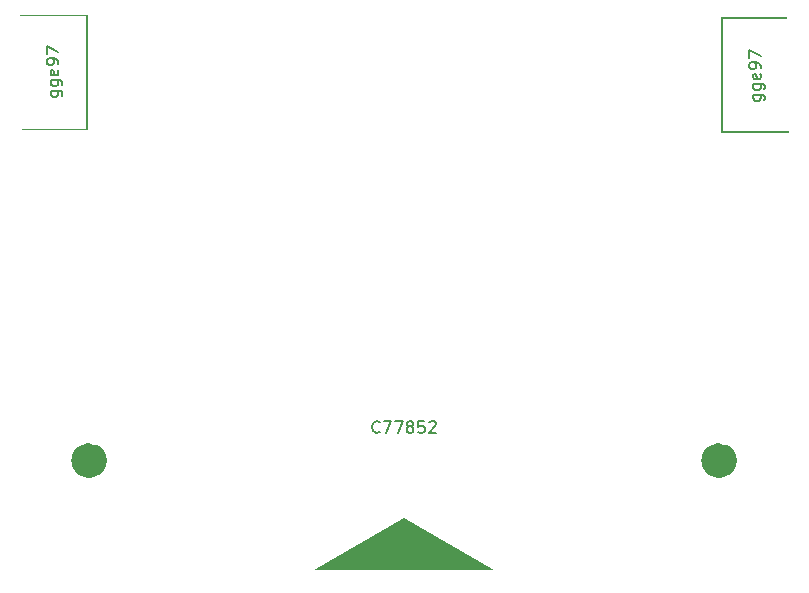
<source format=gbr>
%TF.GenerationSoftware,KiCad,Pcbnew,(6.0.9)*%
%TF.CreationDate,2023-11-05T17:37:45+05:30*%
%TF.ProjectId,Modular-I2C-4PxRJ45-Relay-Driver,4d6f6475-6c61-4722-9d49-32432d345078,2*%
%TF.SameCoordinates,Original*%
%TF.FileFunction,Other,Comment*%
%FSLAX46Y46*%
G04 Gerber Fmt 4.6, Leading zero omitted, Abs format (unit mm)*
G04 Created by KiCad (PCBNEW (6.0.9)) date 2023-11-05 17:37:45*
%MOMM*%
%LPD*%
G01*
G04 APERTURE LIST*
%ADD10C,0.150000*%
%ADD11C,1.500000*%
G04 APERTURE END LIST*
D10*
%TO.C,J4*%
X159153614Y-62086247D02*
X159963138Y-62086247D01*
X160058376Y-62133866D01*
X160105995Y-62181485D01*
X160153614Y-62276723D01*
X160153614Y-62419580D01*
X160105995Y-62514819D01*
X159772661Y-62086247D02*
X159820280Y-62181485D01*
X159820280Y-62371961D01*
X159772661Y-62467200D01*
X159725042Y-62514819D01*
X159629804Y-62562438D01*
X159344090Y-62562438D01*
X159248852Y-62514819D01*
X159201233Y-62467200D01*
X159153614Y-62371961D01*
X159153614Y-62181485D01*
X159201233Y-62086247D01*
X159153614Y-61181485D02*
X159963138Y-61181485D01*
X160058376Y-61229104D01*
X160105995Y-61276723D01*
X160153614Y-61371961D01*
X160153614Y-61514819D01*
X160105995Y-61610057D01*
X159772661Y-61181485D02*
X159820280Y-61276723D01*
X159820280Y-61467200D01*
X159772661Y-61562438D01*
X159725042Y-61610057D01*
X159629804Y-61657676D01*
X159344090Y-61657676D01*
X159248852Y-61610057D01*
X159201233Y-61562438D01*
X159153614Y-61467200D01*
X159153614Y-61276723D01*
X159201233Y-61181485D01*
X159772661Y-60324342D02*
X159820280Y-60419580D01*
X159820280Y-60610057D01*
X159772661Y-60705295D01*
X159677423Y-60752914D01*
X159296471Y-60752914D01*
X159201233Y-60705295D01*
X159153614Y-60610057D01*
X159153614Y-60419580D01*
X159201233Y-60324342D01*
X159296471Y-60276723D01*
X159391709Y-60276723D01*
X159486947Y-60752914D01*
X159820280Y-59800533D02*
X159820280Y-59610057D01*
X159772661Y-59514819D01*
X159725042Y-59467200D01*
X159582185Y-59371961D01*
X159391709Y-59324342D01*
X159010757Y-59324342D01*
X158915519Y-59371961D01*
X158867900Y-59419580D01*
X158820280Y-59514819D01*
X158820280Y-59705295D01*
X158867900Y-59800533D01*
X158915519Y-59848152D01*
X159010757Y-59895771D01*
X159248852Y-59895771D01*
X159344090Y-59848152D01*
X159391709Y-59800533D01*
X159439328Y-59705295D01*
X159439328Y-59514819D01*
X159391709Y-59419580D01*
X159344090Y-59371961D01*
X159248852Y-59324342D01*
X158820280Y-58991009D02*
X158820280Y-58324342D01*
X159820280Y-58752914D01*
%TO.C,J3*%
X99680614Y-61748447D02*
X100490138Y-61748447D01*
X100585376Y-61796066D01*
X100632995Y-61843685D01*
X100680614Y-61938923D01*
X100680614Y-62081780D01*
X100632995Y-62177019D01*
X100299661Y-61748447D02*
X100347280Y-61843685D01*
X100347280Y-62034161D01*
X100299661Y-62129400D01*
X100252042Y-62177019D01*
X100156804Y-62224638D01*
X99871090Y-62224638D01*
X99775852Y-62177019D01*
X99728233Y-62129400D01*
X99680614Y-62034161D01*
X99680614Y-61843685D01*
X99728233Y-61748447D01*
X99680614Y-60843685D02*
X100490138Y-60843685D01*
X100585376Y-60891304D01*
X100632995Y-60938923D01*
X100680614Y-61034161D01*
X100680614Y-61177019D01*
X100632995Y-61272257D01*
X100299661Y-60843685D02*
X100347280Y-60938923D01*
X100347280Y-61129400D01*
X100299661Y-61224638D01*
X100252042Y-61272257D01*
X100156804Y-61319876D01*
X99871090Y-61319876D01*
X99775852Y-61272257D01*
X99728233Y-61224638D01*
X99680614Y-61129400D01*
X99680614Y-60938923D01*
X99728233Y-60843685D01*
X100299661Y-59986542D02*
X100347280Y-60081780D01*
X100347280Y-60272257D01*
X100299661Y-60367495D01*
X100204423Y-60415114D01*
X99823471Y-60415114D01*
X99728233Y-60367495D01*
X99680614Y-60272257D01*
X99680614Y-60081780D01*
X99728233Y-59986542D01*
X99823471Y-59938923D01*
X99918709Y-59938923D01*
X100013947Y-60415114D01*
X100347280Y-59462733D02*
X100347280Y-59272257D01*
X100299661Y-59177019D01*
X100252042Y-59129400D01*
X100109185Y-59034161D01*
X99918709Y-58986542D01*
X99537757Y-58986542D01*
X99442519Y-59034161D01*
X99394900Y-59081780D01*
X99347280Y-59177019D01*
X99347280Y-59367495D01*
X99394900Y-59462733D01*
X99442519Y-59510352D01*
X99537757Y-59557971D01*
X99775852Y-59557971D01*
X99871090Y-59510352D01*
X99918709Y-59462733D01*
X99966328Y-59367495D01*
X99966328Y-59177019D01*
X99918709Y-59081780D01*
X99871090Y-59034161D01*
X99775852Y-58986542D01*
X99347280Y-58653209D02*
X99347280Y-57986542D01*
X100347280Y-58415114D01*
%TO.C,RJ45-1*%
X127534571Y-90604642D02*
X127486952Y-90652261D01*
X127344095Y-90699880D01*
X127248857Y-90699880D01*
X127106000Y-90652261D01*
X127010761Y-90557023D01*
X126963142Y-90461785D01*
X126915523Y-90271309D01*
X126915523Y-90128452D01*
X126963142Y-89937976D01*
X127010761Y-89842738D01*
X127106000Y-89747500D01*
X127248857Y-89699880D01*
X127344095Y-89699880D01*
X127486952Y-89747500D01*
X127534571Y-89795119D01*
X127867904Y-89699880D02*
X128534571Y-89699880D01*
X128106000Y-90699880D01*
X128820285Y-89699880D02*
X129486952Y-89699880D01*
X129058380Y-90699880D01*
X130010761Y-90128452D02*
X129915523Y-90080833D01*
X129867904Y-90033214D01*
X129820285Y-89937976D01*
X129820285Y-89890357D01*
X129867904Y-89795119D01*
X129915523Y-89747500D01*
X130010761Y-89699880D01*
X130201238Y-89699880D01*
X130296476Y-89747500D01*
X130344095Y-89795119D01*
X130391714Y-89890357D01*
X130391714Y-89937976D01*
X130344095Y-90033214D01*
X130296476Y-90080833D01*
X130201238Y-90128452D01*
X130010761Y-90128452D01*
X129915523Y-90176071D01*
X129867904Y-90223690D01*
X129820285Y-90318928D01*
X129820285Y-90509404D01*
X129867904Y-90604642D01*
X129915523Y-90652261D01*
X130010761Y-90699880D01*
X130201238Y-90699880D01*
X130296476Y-90652261D01*
X130344095Y-90604642D01*
X130391714Y-90509404D01*
X130391714Y-90318928D01*
X130344095Y-90223690D01*
X130296476Y-90176071D01*
X130201238Y-90128452D01*
X131296476Y-89699880D02*
X130820285Y-89699880D01*
X130772666Y-90176071D01*
X130820285Y-90128452D01*
X130915523Y-90080833D01*
X131153619Y-90080833D01*
X131248857Y-90128452D01*
X131296476Y-90176071D01*
X131344095Y-90271309D01*
X131344095Y-90509404D01*
X131296476Y-90604642D01*
X131248857Y-90652261D01*
X131153619Y-90699880D01*
X130915523Y-90699880D01*
X130820285Y-90652261D01*
X130772666Y-90604642D01*
X131725047Y-89795119D02*
X131772666Y-89747500D01*
X131867904Y-89699880D01*
X132106000Y-89699880D01*
X132201238Y-89747500D01*
X132248857Y-89795119D01*
X132296476Y-89890357D01*
X132296476Y-89985595D01*
X132248857Y-90128452D01*
X131677428Y-90699880D01*
X132296476Y-90699880D01*
%TO.C,J4*%
G36*
X162034900Y-55641200D02*
G01*
X156573900Y-55641200D01*
X156573900Y-65166200D01*
X162161900Y-65166200D01*
X162161900Y-65293200D01*
X156446900Y-65293200D01*
X156446900Y-55514200D01*
X162034900Y-55514200D01*
X162034900Y-55641200D01*
G37*
%TO.C,J3*%
G36*
X102815900Y-65082400D02*
G01*
X97227900Y-65082400D01*
X97227900Y-64955400D01*
X102688900Y-64955400D01*
X102688900Y-55430400D01*
X97100900Y-55430400D01*
X97100900Y-55303400D01*
X102815900Y-55303400D01*
X102815900Y-65082400D01*
G37*
D11*
%TO.C,RJ45-1*%
X157026000Y-93042500D02*
G75*
G03*
X157026000Y-93042500I-750000J0D01*
G01*
X103686000Y-93042500D02*
G75*
G03*
X103686000Y-93042500I-750000J0D01*
G01*
G36*
X137226000Y-102312500D02*
G01*
X121986000Y-102312500D01*
X129606000Y-97867500D01*
X137226000Y-102312500D01*
G37*
%TD*%
M02*

</source>
